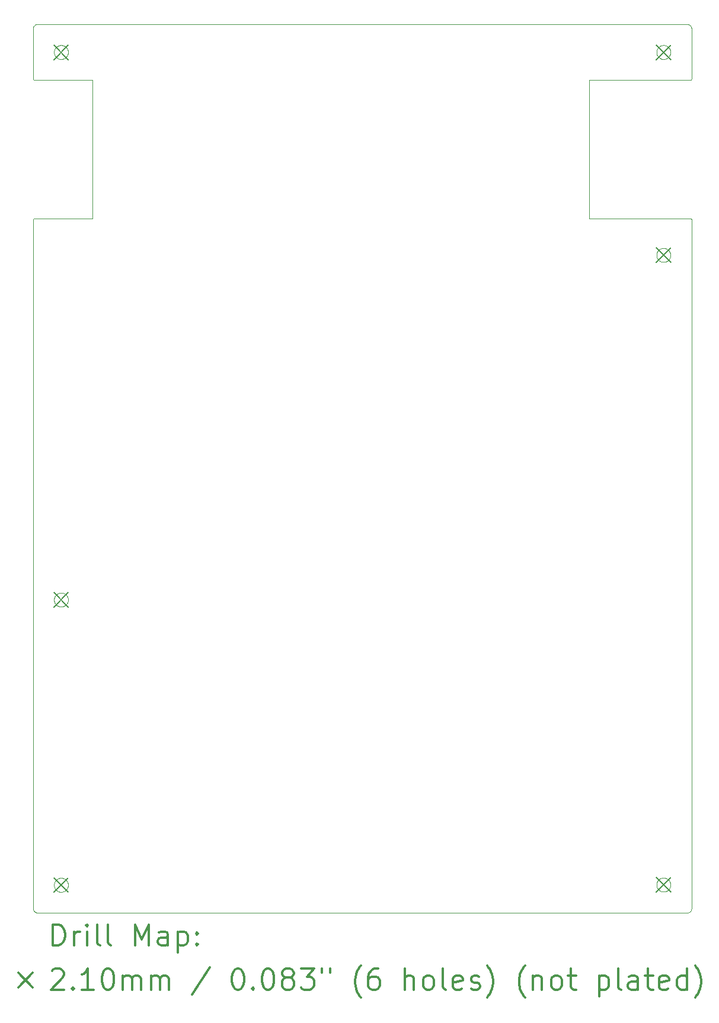
<source format=gbr>
%FSLAX45Y45*%
G04 Gerber Fmt 4.5, Leading zero omitted, Abs format (unit mm)*
G04 Created by KiCad (PCBNEW (5.1.5-0-10_14)) date 2020-05-14 05:34:15*
%MOMM*%
%LPD*%
G04 APERTURE LIST*
%TA.AperFunction,Profile*%
%ADD10C,0.050000*%
%TD*%
%ADD11C,0.200000*%
%ADD12C,0.300000*%
G04 APERTURE END LIST*
D10*
X8156523Y-3045998D02*
X8151621Y-3046186D01*
X8151621Y-3046186D02*
X8147119Y-3046692D01*
X8147119Y-3046692D02*
X8142706Y-3047506D01*
X8142706Y-3047506D02*
X8138702Y-3048527D01*
X8138702Y-3048527D02*
X8134803Y-3049794D01*
X8134803Y-3049794D02*
X8131218Y-3051210D01*
X8131218Y-3051210D02*
X8127790Y-3052806D01*
X8127790Y-3052806D02*
X8124459Y-3054604D01*
X8124459Y-3054604D02*
X8121295Y-3056560D01*
X8121295Y-3056560D02*
X8118322Y-3058643D01*
X8118322Y-3058643D02*
X8115518Y-3060852D01*
X8115518Y-3060852D02*
X8112849Y-3063208D01*
X8112849Y-3063208D02*
X8111260Y-3064743D01*
X8092515Y-3827616D02*
X8093129Y-3832020D01*
X8093129Y-3832020D02*
X8094631Y-3835573D01*
X8094631Y-3835573D02*
X8096763Y-3838472D01*
X8096763Y-3838472D02*
X8099473Y-3840817D01*
X8099473Y-3840817D02*
X8102765Y-3842552D01*
X8102765Y-3842552D02*
X8106907Y-3843537D01*
X8106907Y-3843537D02*
X8108517Y-3843618D01*
X17481794Y-3843618D02*
X17486198Y-3843000D01*
X17486198Y-3843000D02*
X17489737Y-3841502D01*
X17489737Y-3841502D02*
X17492624Y-3839384D01*
X17492624Y-3839384D02*
X17494959Y-3836702D01*
X17494959Y-3836702D02*
X17496704Y-3833426D01*
X17496704Y-3833426D02*
X17497700Y-3829371D01*
X17497700Y-3829371D02*
X17497796Y-3827616D01*
X17497796Y-5840125D02*
X17497183Y-5835732D01*
X17497183Y-5835732D02*
X17495681Y-5832180D01*
X17495681Y-5832180D02*
X17493546Y-5829276D01*
X17493546Y-5829276D02*
X17490856Y-5826944D01*
X17490856Y-5826944D02*
X17487580Y-5825206D01*
X17487580Y-5825206D02*
X17483500Y-5824214D01*
X17483500Y-5824214D02*
X17481794Y-5824123D01*
X8111260Y-3064743D02*
X8108774Y-3067375D01*
X8108774Y-3067375D02*
X8106483Y-3070090D01*
X8106483Y-3070090D02*
X8104071Y-3073318D01*
X8104071Y-3073318D02*
X8102065Y-3076366D01*
X8102065Y-3076366D02*
X8100218Y-3079561D01*
X8100218Y-3079561D02*
X8098466Y-3083050D01*
X8098466Y-3083050D02*
X8096932Y-3086638D01*
X8096932Y-3086638D02*
X8095588Y-3090406D01*
X8095588Y-3090406D02*
X8094450Y-3094380D01*
X8094450Y-3094380D02*
X8093519Y-3098706D01*
X8093519Y-3098706D02*
X8092882Y-3103144D01*
X8092882Y-3103144D02*
X8092547Y-3107962D01*
X8092547Y-3107962D02*
X8092515Y-3109998D01*
X8092515Y-3109998D02*
X8092515Y-3827616D01*
X8492700Y-15449157D02*
X8487784Y-15449038D01*
X8487784Y-15449038D02*
X8483008Y-15448695D01*
X8483008Y-15448695D02*
X8478453Y-15448153D01*
X8478453Y-15448153D02*
X8474155Y-15447446D01*
X8474155Y-15447446D02*
X8469997Y-15446577D01*
X8469997Y-15446577D02*
X8465847Y-15445523D01*
X8465847Y-15445523D02*
X8461787Y-15444304D01*
X8461787Y-15444304D02*
X8458035Y-15443007D01*
X8458035Y-15443007D02*
X8454370Y-15441574D01*
X8454370Y-15441574D02*
X8450845Y-15440035D01*
X8450845Y-15440035D02*
X8447426Y-15438383D01*
X8447426Y-15438383D02*
X8443867Y-15436488D01*
X8443867Y-15436488D02*
X8440684Y-15434633D01*
X8440684Y-15434633D02*
X8437499Y-15432614D01*
X8437499Y-15432614D02*
X8434488Y-15430545D01*
X8434488Y-15430545D02*
X8431499Y-15428325D01*
X8431499Y-15428325D02*
X8428683Y-15426070D01*
X8428683Y-15426070D02*
X8425868Y-15423642D01*
X8425868Y-15423642D02*
X8423240Y-15421204D01*
X8423240Y-15421204D02*
X8420727Y-15418702D01*
X8420727Y-15418702D02*
X8418215Y-15416014D01*
X8418215Y-15416014D02*
X8415814Y-15413250D01*
X8415814Y-15413250D02*
X8413561Y-15410459D01*
X8413561Y-15410459D02*
X8411418Y-15407601D01*
X8411418Y-15407601D02*
X8409167Y-15404353D01*
X8409167Y-15404353D02*
X8407160Y-15401207D01*
X8407160Y-15401207D02*
X8405158Y-15397784D01*
X8405158Y-15397784D02*
X8403376Y-15394445D01*
X8403376Y-15394445D02*
X8401590Y-15390757D01*
X8401590Y-15390757D02*
X8400070Y-15387268D01*
X8400070Y-15387268D02*
X8398639Y-15383605D01*
X8398639Y-15383605D02*
X8397327Y-15379799D01*
X8397327Y-15379799D02*
X8396170Y-15375945D01*
X8396170Y-15375945D02*
X8395140Y-15371914D01*
X8395140Y-15371914D02*
X8394263Y-15367761D01*
X8394263Y-15367761D02*
X8393549Y-15363469D01*
X8393549Y-15363469D02*
X8393004Y-15358960D01*
X8393004Y-15358960D02*
X8392649Y-15354152D01*
X8392649Y-15354152D02*
X8392523Y-15349081D01*
X17197822Y-15345948D02*
X17197701Y-15350899D01*
X17197701Y-15350899D02*
X17197359Y-15355630D01*
X17197359Y-15355630D02*
X17196822Y-15360142D01*
X17196822Y-15360142D02*
X17196073Y-15364667D01*
X17196073Y-15364667D02*
X17195181Y-15368875D01*
X17195181Y-15368875D02*
X17194126Y-15372979D01*
X17194126Y-15372979D02*
X17192957Y-15376849D01*
X17192957Y-15376849D02*
X17191652Y-15380615D01*
X17191652Y-15380615D02*
X17190217Y-15384277D01*
X17190217Y-15384277D02*
X17188628Y-15387900D01*
X17188628Y-15387900D02*
X17186971Y-15391313D01*
X17186971Y-15391313D02*
X17185181Y-15394667D01*
X17185181Y-15394667D02*
X17183210Y-15398042D01*
X17183210Y-15398042D02*
X17181186Y-15401220D01*
X17181186Y-15401220D02*
X17179136Y-15404194D01*
X17179136Y-15404194D02*
X17176914Y-15407178D01*
X17176914Y-15407178D02*
X17174633Y-15410017D01*
X17174633Y-15410017D02*
X17172278Y-15412742D01*
X17172278Y-15412742D02*
X17169855Y-15415353D01*
X17169855Y-15415353D02*
X17167180Y-15418032D01*
X17167180Y-15418032D02*
X17164587Y-15420447D01*
X17164587Y-15420447D02*
X17161824Y-15422841D01*
X17161824Y-15422841D02*
X17159005Y-15425112D01*
X17159005Y-15425112D02*
X17156103Y-15427281D01*
X17156103Y-15427281D02*
X17153138Y-15429335D01*
X17153138Y-15429335D02*
X17150002Y-15431343D01*
X17150002Y-15431343D02*
X17146853Y-15433198D01*
X17146853Y-15433198D02*
X17143565Y-15434975D01*
X17143565Y-15434975D02*
X17140172Y-15436646D01*
X17140172Y-15436646D02*
X17136603Y-15438236D01*
X17136603Y-15438236D02*
X17132892Y-15439714D01*
X17132892Y-15439714D02*
X17128893Y-15441118D01*
X17128893Y-15441118D02*
X17125041Y-15442292D01*
X17125041Y-15442292D02*
X17120863Y-15443374D01*
X17120863Y-15443374D02*
X17116617Y-15444278D01*
X17116617Y-15444278D02*
X17112270Y-15445004D01*
X17112270Y-15445004D02*
X17107784Y-15445547D01*
X17107784Y-15445547D02*
X17103041Y-15445898D01*
X17103041Y-15445898D02*
X17098080Y-15446024D01*
X17098080Y-15446024D02*
X17098000Y-15446024D01*
X17497796Y-3827616D02*
X17497796Y-3109998D01*
X16040344Y-3843618D02*
X17481794Y-3843618D01*
X17497796Y-15681990D02*
X17497796Y-5840125D01*
X16040344Y-5824123D02*
X16040344Y-3843618D01*
X8392523Y-11271788D02*
X8392641Y-11266891D01*
X8392641Y-11266891D02*
X8393000Y-11261975D01*
X8393000Y-11261975D02*
X8393549Y-11257438D01*
X8393549Y-11257438D02*
X8394278Y-11253080D01*
X8394278Y-11253080D02*
X8395175Y-11248862D01*
X8395175Y-11248862D02*
X8396217Y-11244822D01*
X8396217Y-11244822D02*
X8397410Y-11240886D01*
X8397410Y-11240886D02*
X8398732Y-11237091D01*
X8398732Y-11237091D02*
X8400245Y-11233262D01*
X8400245Y-11233262D02*
X8401781Y-11229786D01*
X8401781Y-11229786D02*
X8403445Y-11226381D01*
X8403445Y-11226381D02*
X8405232Y-11223048D01*
X8405232Y-11223048D02*
X8407081Y-11219889D01*
X8407081Y-11219889D02*
X8409167Y-11216616D01*
X8409167Y-11216616D02*
X8411220Y-11213644D01*
X8411220Y-11213644D02*
X8413399Y-11210721D01*
X8413399Y-11210721D02*
X8415730Y-11207824D01*
X8415730Y-11207824D02*
X8418089Y-11205099D01*
X8418089Y-11205099D02*
X8420544Y-11202462D01*
X8420544Y-11202462D02*
X8423416Y-11199601D01*
X8423416Y-11199601D02*
X8426064Y-11197157D01*
X8426064Y-11197157D02*
X8428799Y-11194807D01*
X8428799Y-11194807D02*
X8431618Y-11192556D01*
X8431618Y-11192556D02*
X8434887Y-11190143D01*
X8434887Y-11190143D02*
X8437877Y-11188109D01*
X8437877Y-11188109D02*
X8441072Y-11186102D01*
X8441072Y-11186102D02*
X8444346Y-11184213D01*
X8444346Y-11184213D02*
X8447663Y-11182463D01*
X8447663Y-11182463D02*
X8451364Y-11180693D01*
X8451364Y-11180693D02*
X8454899Y-11179172D01*
X8454899Y-11179172D02*
X8458755Y-11177693D01*
X8458755Y-11177693D02*
X8462538Y-11176416D01*
X8462538Y-11176416D02*
X8466686Y-11175207D01*
X8466686Y-11175207D02*
X8470755Y-11174208D01*
X8470755Y-11174208D02*
X8475156Y-11173327D01*
X8475156Y-11173327D02*
X8479547Y-11172652D01*
X8479547Y-11172652D02*
X8484117Y-11172159D01*
X8484117Y-11172159D02*
X8488907Y-11171867D01*
X8488907Y-11171867D02*
X8492700Y-11171797D01*
X17433788Y-15745998D02*
X17438859Y-15745800D01*
X17438859Y-15745800D02*
X17443376Y-15745284D01*
X17443376Y-15745284D02*
X17447793Y-15744460D01*
X17447793Y-15744460D02*
X17451816Y-15743422D01*
X17451816Y-15743422D02*
X17455651Y-15742164D01*
X17455651Y-15742164D02*
X17459265Y-15740724D01*
X17459265Y-15740724D02*
X17462692Y-15739113D01*
X17462692Y-15739113D02*
X17466088Y-15737259D01*
X17466088Y-15737259D02*
X17469195Y-15735318D01*
X17469195Y-15735318D02*
X17472162Y-15733221D01*
X17472162Y-15733221D02*
X17474964Y-15730995D01*
X17474964Y-15730995D02*
X17477688Y-15728569D01*
X17477688Y-15728569D02*
X17480204Y-15726063D01*
X17480204Y-15726063D02*
X17482625Y-15723366D01*
X17482625Y-15723366D02*
X17484907Y-15720515D01*
X17484907Y-15720515D02*
X17487040Y-15717515D01*
X17487040Y-15717515D02*
X17488977Y-15714431D01*
X17488977Y-15714431D02*
X17490807Y-15711104D01*
X17490807Y-15711104D02*
X17492432Y-15707682D01*
X17492432Y-15707682D02*
X17493924Y-15703968D01*
X17493924Y-15703968D02*
X17495214Y-15700048D01*
X17495214Y-15700048D02*
X17496275Y-15695924D01*
X17496275Y-15695924D02*
X17497080Y-15691598D01*
X17497080Y-15691598D02*
X17497597Y-15687072D01*
X17497597Y-15687072D02*
X17497795Y-15682249D01*
X17497795Y-15682249D02*
X17497796Y-15681990D01*
X17098000Y-15245957D02*
X17102882Y-15246075D01*
X17102882Y-15246075D02*
X17107587Y-15246416D01*
X17107587Y-15246416D02*
X17112153Y-15246962D01*
X17112153Y-15246962D02*
X17116464Y-15247677D01*
X17116464Y-15247677D02*
X17120599Y-15248549D01*
X17120599Y-15248549D02*
X17124634Y-15249580D01*
X17124634Y-15249580D02*
X17128565Y-15250763D01*
X17128565Y-15250763D02*
X17132285Y-15252049D01*
X17132285Y-15252049D02*
X17135902Y-15253462D01*
X17135902Y-15253462D02*
X17139588Y-15255074D01*
X17139588Y-15255074D02*
X17143027Y-15256743D01*
X17143027Y-15256743D02*
X17146491Y-15258594D01*
X17146491Y-15258594D02*
X17149745Y-15260496D01*
X17149745Y-15260496D02*
X17152919Y-15262517D01*
X17152919Y-15262517D02*
X17156012Y-15264653D01*
X17156012Y-15264653D02*
X17158901Y-15266808D01*
X17158901Y-15266808D02*
X17162255Y-15269521D01*
X17162255Y-15269521D02*
X17165004Y-15271932D01*
X17165004Y-15271932D02*
X17167610Y-15274387D01*
X17167610Y-15274387D02*
X17170140Y-15276946D01*
X17170140Y-15276946D02*
X17172590Y-15279609D01*
X17172590Y-15279609D02*
X17174921Y-15282330D01*
X17174921Y-15282330D02*
X17177257Y-15285268D01*
X17177257Y-15285268D02*
X17179420Y-15288202D01*
X17179420Y-15288202D02*
X17181600Y-15291405D01*
X17181600Y-15291405D02*
X17183542Y-15294500D01*
X17183542Y-15294500D02*
X17185483Y-15297869D01*
X17185483Y-15297869D02*
X17187244Y-15301216D01*
X17187244Y-15301216D02*
X17188881Y-15304636D01*
X17188881Y-15304636D02*
X17190449Y-15308266D01*
X17190449Y-15308266D02*
X17191875Y-15311969D01*
X17191875Y-15311969D02*
X17193145Y-15315703D01*
X17193145Y-15315703D02*
X17194291Y-15319576D01*
X17194291Y-15319576D02*
X17195309Y-15323626D01*
X17195309Y-15323626D02*
X17196187Y-15327891D01*
X17196187Y-15327891D02*
X17196882Y-15332220D01*
X17196882Y-15332220D02*
X17197414Y-15336884D01*
X17197414Y-15336884D02*
X17197732Y-15341690D01*
X17197732Y-15341690D02*
X17197822Y-15345948D01*
X8492700Y-11371864D02*
X8487784Y-11371746D01*
X8487784Y-11371746D02*
X8483008Y-11371402D01*
X8483008Y-11371402D02*
X8478453Y-11370860D01*
X8478453Y-11370860D02*
X8474155Y-11370154D01*
X8474155Y-11370154D02*
X8469997Y-11369285D01*
X8469997Y-11369285D02*
X8465847Y-11368230D01*
X8465847Y-11368230D02*
X8461787Y-11367011D01*
X8461787Y-11367011D02*
X8458035Y-11365714D01*
X8458035Y-11365714D02*
X8454370Y-11364281D01*
X8454370Y-11364281D02*
X8450845Y-11362742D01*
X8450845Y-11362742D02*
X8447426Y-11361091D01*
X8447426Y-11361091D02*
X8443867Y-11359196D01*
X8443867Y-11359196D02*
X8440684Y-11357340D01*
X8440684Y-11357340D02*
X8437499Y-11355321D01*
X8437499Y-11355321D02*
X8434488Y-11353252D01*
X8434488Y-11353252D02*
X8431499Y-11351032D01*
X8431499Y-11351032D02*
X8428683Y-11348777D01*
X8428683Y-11348777D02*
X8425868Y-11346349D01*
X8425868Y-11346349D02*
X8423240Y-11343911D01*
X8423240Y-11343911D02*
X8420727Y-11341409D01*
X8420727Y-11341409D02*
X8418215Y-11338722D01*
X8418215Y-11338722D02*
X8415814Y-11335958D01*
X8415814Y-11335958D02*
X8413561Y-11333166D01*
X8413561Y-11333166D02*
X8411418Y-11330309D01*
X8411418Y-11330309D02*
X8409167Y-11327060D01*
X8409167Y-11327060D02*
X8407160Y-11323914D01*
X8407160Y-11323914D02*
X8405158Y-11320491D01*
X8405158Y-11320491D02*
X8403376Y-11317153D01*
X8403376Y-11317153D02*
X8401590Y-11313464D01*
X8401590Y-11313464D02*
X8400070Y-11309976D01*
X8400070Y-11309976D02*
X8398639Y-11306312D01*
X8398639Y-11306312D02*
X8397327Y-11302506D01*
X8397327Y-11302506D02*
X8396170Y-11298652D01*
X8396170Y-11298652D02*
X8395140Y-11294621D01*
X8395140Y-11294621D02*
X8394263Y-11290469D01*
X8394263Y-11290469D02*
X8393549Y-11286177D01*
X8393549Y-11286177D02*
X8393004Y-11281668D01*
X8393004Y-11281668D02*
X8392649Y-11276859D01*
X8392649Y-11276859D02*
X8392523Y-11271788D01*
X16997755Y-15345948D02*
X16997873Y-15341051D01*
X16997873Y-15341051D02*
X16998233Y-15336135D01*
X16998233Y-15336135D02*
X16998782Y-15331598D01*
X16998782Y-15331598D02*
X16999511Y-15327240D01*
X16999511Y-15327240D02*
X17000409Y-15323022D01*
X17000409Y-15323022D02*
X17001452Y-15318982D01*
X17001452Y-15318982D02*
X17002646Y-15315046D01*
X17002646Y-15315046D02*
X17003955Y-15311287D01*
X17003955Y-15311287D02*
X17005483Y-15307422D01*
X17005483Y-15307422D02*
X17007021Y-15303946D01*
X17007021Y-15303946D02*
X17008685Y-15300541D01*
X17008685Y-15300541D02*
X17010483Y-15297192D01*
X17010483Y-15297192D02*
X17012383Y-15293952D01*
X17012383Y-15293952D02*
X17014494Y-15290651D01*
X17014494Y-15290651D02*
X17016642Y-15287560D01*
X17016642Y-15287560D02*
X17018785Y-15284703D01*
X17018785Y-15284703D02*
X17021076Y-15281868D01*
X17021076Y-15281868D02*
X17023743Y-15278814D01*
X17023743Y-15278814D02*
X17026215Y-15276191D01*
X17026215Y-15276191D02*
X17029106Y-15273347D01*
X17029106Y-15273347D02*
X17032110Y-15270621D01*
X17032110Y-15270621D02*
X17034842Y-15268324D01*
X17034842Y-15268324D02*
X17037717Y-15266078D01*
X17037717Y-15266078D02*
X17040767Y-15263871D01*
X17040767Y-15263871D02*
X17043774Y-15261858D01*
X17043774Y-15261858D02*
X17046890Y-15259932D01*
X17046890Y-15259932D02*
X17050147Y-15258082D01*
X17050147Y-15258082D02*
X17053512Y-15256335D01*
X17053512Y-15256335D02*
X17056950Y-15254712D01*
X17056950Y-15254712D02*
X17060600Y-15253160D01*
X17060600Y-15253160D02*
X17064322Y-15251749D01*
X17064322Y-15251749D02*
X17068076Y-15250495D01*
X17068076Y-15250495D02*
X17072232Y-15249297D01*
X17072232Y-15249297D02*
X17076345Y-15248300D01*
X17076345Y-15248300D02*
X17080523Y-15247474D01*
X17080523Y-15247474D02*
X17085015Y-15246789D01*
X17085015Y-15246789D02*
X17089610Y-15246302D01*
X17089610Y-15246302D02*
X17094526Y-15246016D01*
X17094526Y-15246016D02*
X17098000Y-15245957D01*
X17433788Y-3045998D02*
X8156523Y-3045998D01*
X8392523Y-15349081D02*
X8392641Y-15344184D01*
X8392641Y-15344184D02*
X8393000Y-15339268D01*
X8393000Y-15339268D02*
X8393549Y-15334731D01*
X8393549Y-15334731D02*
X8394278Y-15330372D01*
X8394278Y-15330372D02*
X8395175Y-15326154D01*
X8395175Y-15326154D02*
X8396217Y-15322115D01*
X8396217Y-15322115D02*
X8397410Y-15318179D01*
X8397410Y-15318179D02*
X8398732Y-15314384D01*
X8398732Y-15314384D02*
X8400245Y-15310555D01*
X8400245Y-15310555D02*
X8401781Y-15307079D01*
X8401781Y-15307079D02*
X8403445Y-15303673D01*
X8403445Y-15303673D02*
X8405232Y-15300341D01*
X8405232Y-15300341D02*
X8407081Y-15297182D01*
X8407081Y-15297182D02*
X8409167Y-15293909D01*
X8409167Y-15293909D02*
X8411220Y-15290937D01*
X8411220Y-15290937D02*
X8413399Y-15288014D01*
X8413399Y-15288014D02*
X8415730Y-15285116D01*
X8415730Y-15285116D02*
X8418089Y-15282392D01*
X8418089Y-15282392D02*
X8420544Y-15279754D01*
X8420544Y-15279754D02*
X8423416Y-15276894D01*
X8423416Y-15276894D02*
X8426064Y-15274449D01*
X8426064Y-15274449D02*
X8428799Y-15272100D01*
X8428799Y-15272100D02*
X8431618Y-15269849D01*
X8431618Y-15269849D02*
X8434887Y-15267436D01*
X8434887Y-15267436D02*
X8437877Y-15265401D01*
X8437877Y-15265401D02*
X8441072Y-15263394D01*
X8441072Y-15263394D02*
X8444346Y-15261506D01*
X8444346Y-15261506D02*
X8447663Y-15259756D01*
X8447663Y-15259756D02*
X8451364Y-15257985D01*
X8451364Y-15257985D02*
X8454899Y-15256465D01*
X8454899Y-15256465D02*
X8458755Y-15254985D01*
X8458755Y-15254985D02*
X8462538Y-15253709D01*
X8462538Y-15253709D02*
X8466686Y-15252499D01*
X8466686Y-15252499D02*
X8470755Y-15251500D01*
X8470755Y-15251500D02*
X8475156Y-15250620D01*
X8475156Y-15250620D02*
X8479547Y-15249945D01*
X8479547Y-15249945D02*
X8484117Y-15249452D01*
X8484117Y-15249452D02*
X8488907Y-15249160D01*
X8488907Y-15249160D02*
X8492700Y-15249090D01*
X17479085Y-3064743D02*
X17476375Y-3062190D01*
X17476375Y-3062190D02*
X17473631Y-3059887D01*
X17473631Y-3059887D02*
X17470734Y-3057720D01*
X17470734Y-3057720D02*
X17467708Y-3055713D01*
X17467708Y-3055713D02*
X17464407Y-3053791D01*
X17464407Y-3053791D02*
X17461004Y-3052071D01*
X17461004Y-3052071D02*
X17457417Y-3050520D01*
X17457417Y-3050520D02*
X17453580Y-3049137D01*
X17453580Y-3049137D02*
X17449612Y-3047987D01*
X17449612Y-3047987D02*
X17445500Y-3047081D01*
X17445500Y-3047081D02*
X17440959Y-3046402D01*
X17440959Y-3046402D02*
X17436313Y-3046048D01*
X17436313Y-3046048D02*
X17433788Y-3045998D01*
X17098000Y-15446024D02*
X17098000Y-15446024D01*
X17098000Y-15446024D02*
X17093081Y-15445906D01*
X17093081Y-15445906D02*
X17088401Y-15445571D01*
X17088401Y-15445571D02*
X17083900Y-15445042D01*
X17083900Y-15445042D02*
X17079540Y-15444331D01*
X17079540Y-15444331D02*
X17075131Y-15443409D01*
X17075131Y-15443409D02*
X17071074Y-15442375D01*
X17071074Y-15442375D02*
X17067086Y-15441177D01*
X17067086Y-15441177D02*
X17063349Y-15439887D01*
X17063349Y-15439887D02*
X17059751Y-15438485D01*
X17059751Y-15438485D02*
X17056256Y-15436966D01*
X17056256Y-15436966D02*
X17052833Y-15435319D01*
X17052833Y-15435319D02*
X17049483Y-15433549D01*
X17049483Y-15433549D02*
X17046128Y-15431608D01*
X17046128Y-15431608D02*
X17043015Y-15429647D01*
X17043015Y-15429647D02*
X17040027Y-15427609D01*
X17040027Y-15427609D02*
X17037027Y-15425398D01*
X17037027Y-15425398D02*
X17034173Y-15423129D01*
X17034173Y-15423129D02*
X17031433Y-15420784D01*
X17031433Y-15420784D02*
X17028670Y-15418240D01*
X17028670Y-15418240D02*
X17026110Y-15415704D01*
X17026110Y-15415704D02*
X17023541Y-15412965D01*
X17023541Y-15412965D02*
X17021196Y-15410276D01*
X17021196Y-15410276D02*
X17018901Y-15407445D01*
X17018901Y-15407445D02*
X17016664Y-15404469D01*
X17016664Y-15404469D02*
X17014578Y-15401471D01*
X17014578Y-15401471D02*
X17012601Y-15398395D01*
X17012601Y-15398395D02*
X17010640Y-15395079D01*
X17010640Y-15395079D02*
X17008824Y-15391717D01*
X17008824Y-15391717D02*
X17007149Y-15388314D01*
X17007149Y-15388314D02*
X17005483Y-15384558D01*
X17005483Y-15384558D02*
X17004022Y-15380866D01*
X17004022Y-15380866D02*
X17002705Y-15377105D01*
X17002705Y-15377105D02*
X17001525Y-15373239D01*
X17001525Y-15373239D02*
X17000490Y-15369272D01*
X17000490Y-15369272D02*
X16999592Y-15365127D01*
X16999592Y-15365127D02*
X16998851Y-15360804D01*
X16998851Y-15360804D02*
X16998280Y-15356262D01*
X16998280Y-15356262D02*
X16997897Y-15351339D01*
X16997897Y-15351339D02*
X16997755Y-15346353D01*
X16997755Y-15346353D02*
X16997755Y-15345948D01*
X17098000Y-3545997D02*
X17098000Y-3545997D01*
X8592522Y-3445981D02*
X8592402Y-3450931D01*
X8592402Y-3450931D02*
X8592059Y-3455662D01*
X8592059Y-3455662D02*
X8591523Y-3460173D01*
X8591523Y-3460173D02*
X8590803Y-3464543D01*
X8590803Y-3464543D02*
X8589931Y-3468697D01*
X8589931Y-3468697D02*
X8588901Y-3472747D01*
X8588901Y-3472747D02*
X8587719Y-3476693D01*
X8587719Y-3476693D02*
X8586421Y-3480461D01*
X8586421Y-3480461D02*
X8584979Y-3484159D01*
X8584979Y-3484159D02*
X8583443Y-3487680D01*
X8583443Y-3487680D02*
X8581796Y-3491096D01*
X8581796Y-3491096D02*
X8579822Y-3494801D01*
X8579822Y-3494801D02*
X8577837Y-3498186D01*
X8577837Y-3498186D02*
X8575810Y-3501360D01*
X8575810Y-3501360D02*
X8573755Y-3504328D01*
X8573755Y-3504328D02*
X8571599Y-3507217D01*
X8571599Y-3507217D02*
X8569342Y-3510025D01*
X8569342Y-3510025D02*
X8566975Y-3512762D01*
X8566975Y-3512762D02*
X8564538Y-3515384D01*
X8564538Y-3515384D02*
X8561997Y-3517930D01*
X8561997Y-3517930D02*
X8559367Y-3520384D01*
X8559367Y-3520384D02*
X8556650Y-3522742D01*
X8556650Y-3522742D02*
X8553864Y-3524992D01*
X8553864Y-3524992D02*
X8550997Y-3527142D01*
X8550997Y-3527142D02*
X8548006Y-3529222D01*
X8548006Y-3529222D02*
X8544825Y-3531263D01*
X8544825Y-3531263D02*
X8541630Y-3533149D01*
X8541630Y-3533149D02*
X8538125Y-3535038D01*
X8538125Y-3535038D02*
X8534746Y-3536695D01*
X8534746Y-3536695D02*
X8531244Y-3538248D01*
X8531244Y-3538248D02*
X8527585Y-3539702D01*
X8527585Y-3539702D02*
X8523603Y-3541097D01*
X8523603Y-3541097D02*
X8519750Y-3542269D01*
X8519750Y-3542269D02*
X8515571Y-3543350D01*
X8515571Y-3543350D02*
X8511305Y-3544256D01*
X8511305Y-3544256D02*
X8506975Y-3544978D01*
X8506975Y-3544978D02*
X8502311Y-3545537D01*
X8502311Y-3545537D02*
X8497425Y-3545886D01*
X8497425Y-3545886D02*
X8492700Y-3545997D01*
X8108517Y-5824123D02*
X8104126Y-5824733D01*
X8104126Y-5824733D02*
X8100562Y-5826238D01*
X8100562Y-5826238D02*
X8097667Y-5828364D01*
X8097667Y-5828364D02*
X8095317Y-5831078D01*
X8095317Y-5831078D02*
X8093581Y-5834371D01*
X8093581Y-5834371D02*
X8092600Y-5838463D01*
X8092600Y-5838463D02*
X8092515Y-5840125D01*
X8156523Y-15745998D02*
X17433788Y-15745998D01*
X8092515Y-5840125D02*
X8092515Y-15681990D01*
X8108517Y-3843618D02*
X8943203Y-3843618D01*
X17497796Y-3109998D02*
X17497796Y-3109998D01*
X17098000Y-3345998D02*
X17102882Y-3346116D01*
X17102882Y-3346116D02*
X17107587Y-3346456D01*
X17107587Y-3346456D02*
X17112328Y-3347026D01*
X17112328Y-3347026D02*
X17116617Y-3347744D01*
X17116617Y-3347744D02*
X17120863Y-3348647D01*
X17120863Y-3348647D02*
X17124893Y-3349688D01*
X17124893Y-3349688D02*
X17128857Y-3350891D01*
X17128857Y-3350891D02*
X17132607Y-3352200D01*
X17132607Y-3352200D02*
X17136393Y-3353697D01*
X17136393Y-3353697D02*
X17140035Y-3355310D01*
X17140035Y-3355310D02*
X17143431Y-3356976D01*
X17143431Y-3356976D02*
X17146754Y-3358766D01*
X17146754Y-3358766D02*
X17149969Y-3360656D01*
X17149969Y-3360656D02*
X17153044Y-3362621D01*
X17153044Y-3362621D02*
X17156042Y-3364693D01*
X17156042Y-3364693D02*
X17159020Y-3366917D01*
X17159020Y-3366917D02*
X17161824Y-3369175D01*
X17161824Y-3369175D02*
X17164545Y-3371530D01*
X17164545Y-3371530D02*
X17167503Y-3374294D01*
X17167503Y-3374294D02*
X17170036Y-3376848D01*
X17170036Y-3376848D02*
X17172478Y-3379492D01*
X17172478Y-3379492D02*
X17174825Y-3382222D01*
X17174825Y-3382222D02*
X17177051Y-3385006D01*
X17177051Y-3385006D02*
X17179223Y-3387932D01*
X17179223Y-3387932D02*
X17181270Y-3390906D01*
X17181270Y-3390906D02*
X17183289Y-3394086D01*
X17183289Y-3394086D02*
X17185135Y-3397246D01*
X17185135Y-3397246D02*
X17186902Y-3400545D01*
X17186902Y-3400545D02*
X17188564Y-3403950D01*
X17188564Y-3403950D02*
X17190144Y-3407532D01*
X17190144Y-3407532D02*
X17191612Y-3411257D01*
X17191612Y-3411257D02*
X17192922Y-3415017D01*
X17192922Y-3415017D02*
X17194095Y-3418880D01*
X17194095Y-3418880D02*
X17195132Y-3422882D01*
X17195132Y-3422882D02*
X17196036Y-3427101D01*
X17196036Y-3427101D02*
X17196772Y-3431460D01*
X17196772Y-3431460D02*
X17197328Y-3435999D01*
X17197328Y-3435999D02*
X17197687Y-3440758D01*
X17197687Y-3440758D02*
X17197822Y-3445738D01*
X17197822Y-3445738D02*
X17197822Y-3445981D01*
X17497796Y-3109998D02*
X17497607Y-3105097D01*
X17497607Y-3105097D02*
X17497099Y-3100595D01*
X17497099Y-3100595D02*
X17496320Y-3096350D01*
X17496320Y-3096350D02*
X17495287Y-3092274D01*
X17495287Y-3092274D02*
X17494031Y-3088390D01*
X17494031Y-3088390D02*
X17492570Y-3084687D01*
X17492570Y-3084687D02*
X17490980Y-3081271D01*
X17490980Y-3081271D02*
X17489135Y-3077856D01*
X17489135Y-3077856D02*
X17487193Y-3074716D01*
X17487193Y-3074716D02*
X17485113Y-3071745D01*
X17485113Y-3071745D02*
X17482783Y-3068793D01*
X17482783Y-3068793D02*
X17480426Y-3066133D01*
X17480426Y-3066133D02*
X17479085Y-3064743D01*
X8943203Y-5824123D02*
X8108517Y-5824123D01*
X17197822Y-3445981D02*
X17197701Y-3450931D01*
X17197701Y-3450931D02*
X17197359Y-3455662D01*
X17197359Y-3455662D02*
X17196822Y-3460173D01*
X17196822Y-3460173D02*
X17196102Y-3464543D01*
X17196102Y-3464543D02*
X17195230Y-3468697D01*
X17195230Y-3468697D02*
X17194209Y-3472710D01*
X17194209Y-3472710D02*
X17193016Y-3476693D01*
X17193016Y-3476693D02*
X17191718Y-3480461D01*
X17191718Y-3480461D02*
X17190275Y-3484159D01*
X17190275Y-3484159D02*
X17188739Y-3487680D01*
X17188739Y-3487680D02*
X17187091Y-3491096D01*
X17187091Y-3491096D02*
X17185190Y-3494669D01*
X17185190Y-3494669D02*
X17183347Y-3497832D01*
X17183347Y-3497832D02*
X17181373Y-3500952D01*
X17181373Y-3500952D02*
X17179333Y-3503931D01*
X17179333Y-3503931D02*
X17177154Y-3506875D01*
X17177154Y-3506875D02*
X17174921Y-3509679D01*
X17174921Y-3509679D02*
X17172590Y-3512398D01*
X17172590Y-3512398D02*
X17170140Y-3515059D01*
X17170140Y-3515059D02*
X17167610Y-3517617D01*
X17167610Y-3517617D02*
X17165032Y-3520044D01*
X17165032Y-3520044D02*
X17162284Y-3522453D01*
X17162284Y-3522453D02*
X17159493Y-3524726D01*
X17159493Y-3524726D02*
X17156620Y-3526900D01*
X17156620Y-3526900D02*
X17153669Y-3528971D01*
X17153669Y-3528971D02*
X17150386Y-3531095D01*
X17150386Y-3531095D02*
X17147181Y-3533000D01*
X17147181Y-3533000D02*
X17143414Y-3535038D01*
X17143414Y-3535038D02*
X17140035Y-3536695D01*
X17140035Y-3536695D02*
X17136533Y-3538248D01*
X17136533Y-3538248D02*
X17132874Y-3539702D01*
X17132874Y-3539702D02*
X17129147Y-3541013D01*
X17129147Y-3541013D02*
X17125226Y-3542217D01*
X17125226Y-3542217D02*
X17121164Y-3543279D01*
X17121164Y-3543279D02*
X17117037Y-3544172D01*
X17117037Y-3544172D02*
X17112347Y-3544967D01*
X17112347Y-3544967D02*
X17107607Y-3545537D01*
X17107607Y-3545537D02*
X17102882Y-3545879D01*
X17102882Y-3545879D02*
X17098000Y-3545997D01*
X17098000Y-6246000D02*
X17102882Y-6246118D01*
X17102882Y-6246118D02*
X17107587Y-6246458D01*
X17107587Y-6246458D02*
X17112328Y-6247029D01*
X17112328Y-6247029D02*
X17116617Y-6247746D01*
X17116617Y-6247746D02*
X17120863Y-6248650D01*
X17120863Y-6248650D02*
X17124893Y-6249691D01*
X17124893Y-6249691D02*
X17128857Y-6250894D01*
X17128857Y-6250894D02*
X17132607Y-6252203D01*
X17132607Y-6252203D02*
X17136393Y-6253700D01*
X17136393Y-6253700D02*
X17140035Y-6255313D01*
X17140035Y-6255313D02*
X17143431Y-6256979D01*
X17143431Y-6256979D02*
X17146754Y-6258768D01*
X17146754Y-6258768D02*
X17149969Y-6260659D01*
X17149969Y-6260659D02*
X17153044Y-6262624D01*
X17153044Y-6262624D02*
X17156042Y-6264696D01*
X17156042Y-6264696D02*
X17159020Y-6266919D01*
X17159020Y-6266919D02*
X17161824Y-6269177D01*
X17161824Y-6269177D02*
X17164545Y-6271533D01*
X17164545Y-6271533D02*
X17167503Y-6274297D01*
X17167503Y-6274297D02*
X17170036Y-6276851D01*
X17170036Y-6276851D02*
X17172478Y-6279494D01*
X17172478Y-6279494D02*
X17174825Y-6282225D01*
X17174825Y-6282225D02*
X17177051Y-6285009D01*
X17177051Y-6285009D02*
X17179223Y-6287935D01*
X17179223Y-6287935D02*
X17181270Y-6290909D01*
X17181270Y-6290909D02*
X17183289Y-6294088D01*
X17183289Y-6294088D02*
X17185135Y-6297248D01*
X17185135Y-6297248D02*
X17186902Y-6300547D01*
X17186902Y-6300547D02*
X17188564Y-6303953D01*
X17188564Y-6303953D02*
X17190144Y-6307535D01*
X17190144Y-6307535D02*
X17191612Y-6311260D01*
X17191612Y-6311260D02*
X17192922Y-6315020D01*
X17192922Y-6315020D02*
X17194095Y-6318882D01*
X17194095Y-6318882D02*
X17195132Y-6322885D01*
X17195132Y-6322885D02*
X17196036Y-6327103D01*
X17196036Y-6327103D02*
X17196772Y-6331463D01*
X17196772Y-6331463D02*
X17197328Y-6336002D01*
X17197328Y-6336002D02*
X17197687Y-6340761D01*
X17197687Y-6340761D02*
X17197822Y-6345741D01*
X17197822Y-6345741D02*
X17197822Y-6345983D01*
X8592522Y-11271788D02*
X8592402Y-11276739D01*
X8592402Y-11276739D02*
X8592059Y-11281470D01*
X8592059Y-11281470D02*
X8591523Y-11285982D01*
X8591523Y-11285982D02*
X8590745Y-11290660D01*
X8590745Y-11290660D02*
X8589807Y-11295036D01*
X8589807Y-11295036D02*
X8588755Y-11299079D01*
X8588755Y-11299079D02*
X8587493Y-11303200D01*
X8587493Y-11303200D02*
X8586168Y-11306957D01*
X8586168Y-11306957D02*
X8584744Y-11310539D01*
X8584744Y-11310539D02*
X8583188Y-11314050D01*
X8583188Y-11314050D02*
X8581347Y-11317793D01*
X8581347Y-11317793D02*
X8579525Y-11321150D01*
X8579525Y-11321150D02*
X8577600Y-11324396D01*
X8577600Y-11324396D02*
X8575559Y-11327562D01*
X8575559Y-11327562D02*
X8573314Y-11330765D01*
X8573314Y-11330765D02*
X8570974Y-11333846D01*
X8570974Y-11333846D02*
X8568665Y-11336661D01*
X8568665Y-11336661D02*
X8566270Y-11339374D01*
X8566270Y-11339374D02*
X8563833Y-11341946D01*
X8563833Y-11341946D02*
X8561239Y-11344494D01*
X8561239Y-11344494D02*
X8558583Y-11346923D01*
X8558583Y-11346923D02*
X8555609Y-11349445D01*
X8555609Y-11349445D02*
X8552777Y-11351671D01*
X8552777Y-11351671D02*
X8549865Y-11353796D01*
X8549865Y-11353796D02*
X8546781Y-11355877D01*
X8546781Y-11355877D02*
X8543293Y-11358038D01*
X8543293Y-11358038D02*
X8540062Y-11359870D01*
X8540062Y-11359870D02*
X8536657Y-11361633D01*
X8536657Y-11361633D02*
X8532813Y-11363429D01*
X8532813Y-11363429D02*
X8529220Y-11364931D01*
X8529220Y-11364931D02*
X8525558Y-11366296D01*
X8525558Y-11366296D02*
X8521666Y-11367569D01*
X8521666Y-11367569D02*
X8517669Y-11368695D01*
X8517669Y-11368695D02*
X8513588Y-11369660D01*
X8513588Y-11369660D02*
X8509331Y-11370475D01*
X8509331Y-11370475D02*
X8504875Y-11371123D01*
X8504875Y-11371123D02*
X8500321Y-11371575D01*
X8500321Y-11371575D02*
X8495349Y-11371829D01*
X8495349Y-11371829D02*
X8492700Y-11371864D01*
X8943203Y-3843618D02*
X8943203Y-5824123D01*
X17197822Y-6345983D02*
X17197701Y-6350934D01*
X17197701Y-6350934D02*
X17197359Y-6355665D01*
X17197359Y-6355665D02*
X17196822Y-6360176D01*
X17196822Y-6360176D02*
X17196102Y-6364546D01*
X17196102Y-6364546D02*
X17195230Y-6368699D01*
X17195230Y-6368699D02*
X17194209Y-6372712D01*
X17194209Y-6372712D02*
X17193016Y-6376696D01*
X17193016Y-6376696D02*
X17191718Y-6380464D01*
X17191718Y-6380464D02*
X17190275Y-6384162D01*
X17190275Y-6384162D02*
X17188739Y-6387683D01*
X17188739Y-6387683D02*
X17187091Y-6391099D01*
X17187091Y-6391099D02*
X17185190Y-6394672D01*
X17185190Y-6394672D02*
X17183347Y-6397835D01*
X17183347Y-6397835D02*
X17181373Y-6400954D01*
X17181373Y-6400954D02*
X17179333Y-6403934D01*
X17179333Y-6403934D02*
X17177154Y-6406878D01*
X17177154Y-6406878D02*
X17174921Y-6409681D01*
X17174921Y-6409681D02*
X17172590Y-6412401D01*
X17172590Y-6412401D02*
X17170140Y-6415062D01*
X17170140Y-6415062D02*
X17167610Y-6417619D01*
X17167610Y-6417619D02*
X17165032Y-6420047D01*
X17165032Y-6420047D02*
X17162284Y-6422456D01*
X17162284Y-6422456D02*
X17159493Y-6424729D01*
X17159493Y-6424729D02*
X17156620Y-6426903D01*
X17156620Y-6426903D02*
X17153669Y-6428974D01*
X17153669Y-6428974D02*
X17150386Y-6431098D01*
X17150386Y-6431098D02*
X17147181Y-6433003D01*
X17147181Y-6433003D02*
X17143414Y-6435041D01*
X17143414Y-6435041D02*
X17140035Y-6436697D01*
X17140035Y-6436697D02*
X17136533Y-6438250D01*
X17136533Y-6438250D02*
X17132874Y-6439704D01*
X17132874Y-6439704D02*
X17129147Y-6441016D01*
X17129147Y-6441016D02*
X17125226Y-6442220D01*
X17125226Y-6442220D02*
X17121164Y-6443282D01*
X17121164Y-6443282D02*
X17117037Y-6444175D01*
X17117037Y-6444175D02*
X17112347Y-6444969D01*
X17112347Y-6444969D02*
X17107607Y-6445540D01*
X17107607Y-6445540D02*
X17102882Y-6445882D01*
X17102882Y-6445882D02*
X17098000Y-6446000D01*
X16997755Y-3445981D02*
X16997872Y-3441097D01*
X16997872Y-3441097D02*
X16998217Y-3436315D01*
X16998217Y-3436315D02*
X16998754Y-3431810D01*
X16998754Y-3431810D02*
X16999475Y-3427445D01*
X16999475Y-3427445D02*
X17000365Y-3423222D01*
X17000365Y-3423222D02*
X17001400Y-3419177D01*
X17001400Y-3419177D02*
X17002563Y-3415309D01*
X17002563Y-3415309D02*
X17003856Y-3411562D01*
X17003856Y-3411562D02*
X17005264Y-3407954D01*
X17005264Y-3407954D02*
X17006782Y-3404467D01*
X17006782Y-3404467D02*
X17008410Y-3401085D01*
X17008410Y-3401085D02*
X17010179Y-3397741D01*
X17010179Y-3397741D02*
X17012050Y-3394505D01*
X17012050Y-3394505D02*
X17013996Y-3391410D01*
X17013996Y-3391410D02*
X17016029Y-3388422D01*
X17016029Y-3388422D02*
X17018166Y-3385513D01*
X17018166Y-3385513D02*
X17020476Y-3382598D01*
X17020476Y-3382598D02*
X17022840Y-3379828D01*
X17022840Y-3379828D02*
X17025277Y-3377174D01*
X17025277Y-3377174D02*
X17027807Y-3374608D01*
X17027807Y-3374608D02*
X17030427Y-3372134D01*
X17030427Y-3372134D02*
X17033365Y-3369561D01*
X17033365Y-3369561D02*
X17036284Y-3367193D01*
X17036284Y-3367193D02*
X17039139Y-3365045D01*
X17039139Y-3365045D02*
X17042230Y-3362892D01*
X17042230Y-3362892D02*
X17045307Y-3360913D01*
X17045307Y-3360913D02*
X17048558Y-3358989D01*
X17048558Y-3358989D02*
X17051854Y-3357202D01*
X17051854Y-3357202D02*
X17055308Y-3355495D01*
X17055308Y-3355495D02*
X17058766Y-3353948D01*
X17058766Y-3353948D02*
X17062595Y-3352414D01*
X17062595Y-3352414D02*
X17066355Y-3351083D01*
X17066355Y-3351083D02*
X17070330Y-3349856D01*
X17070330Y-3349856D02*
X17074337Y-3348800D01*
X17074337Y-3348800D02*
X17078599Y-3347869D01*
X17078599Y-3347869D02*
X17082868Y-3347129D01*
X17082868Y-3347129D02*
X17087354Y-3346555D01*
X17087354Y-3346555D02*
X17092120Y-3346167D01*
X17092120Y-3346167D02*
X17096987Y-3346002D01*
X17096987Y-3346002D02*
X17098000Y-3345998D01*
X17481794Y-5824123D02*
X16040344Y-5824123D01*
X16040344Y-5824123D02*
X16040344Y-5824123D01*
X8492700Y-15249090D02*
X8497624Y-15249210D01*
X8497624Y-15249210D02*
X8502291Y-15249548D01*
X8502291Y-15249548D02*
X8506859Y-15250094D01*
X8506859Y-15250094D02*
X8511171Y-15250809D01*
X8511171Y-15250809D02*
X8515307Y-15251681D01*
X8515307Y-15251681D02*
X8519343Y-15252713D01*
X8519343Y-15252713D02*
X8523275Y-15253896D01*
X8523275Y-15253896D02*
X8526995Y-15255182D01*
X8526995Y-15255182D02*
X8530824Y-15256682D01*
X8530824Y-15256682D02*
X8534368Y-15258238D01*
X8534368Y-15258238D02*
X8537738Y-15259876D01*
X8537738Y-15259876D02*
X8541202Y-15261726D01*
X8541202Y-15261726D02*
X8544456Y-15263629D01*
X8544456Y-15263629D02*
X8547630Y-15265650D01*
X8547630Y-15265650D02*
X8550723Y-15267785D01*
X8550723Y-15267785D02*
X8553612Y-15269940D01*
X8553612Y-15269940D02*
X8556994Y-15272678D01*
X8556994Y-15272678D02*
X8559714Y-15275064D01*
X8559714Y-15275064D02*
X8562320Y-15277520D01*
X8562320Y-15277520D02*
X8564849Y-15280079D01*
X8564849Y-15280079D02*
X8567299Y-15282742D01*
X8567299Y-15282742D02*
X8569725Y-15285579D01*
X8569725Y-15285579D02*
X8571965Y-15288401D01*
X8571965Y-15288401D02*
X8574127Y-15291335D01*
X8574127Y-15291335D02*
X8576307Y-15294538D01*
X8576307Y-15294538D02*
X8578248Y-15297633D01*
X8578248Y-15297633D02*
X8580189Y-15301001D01*
X8580189Y-15301001D02*
X8581949Y-15304348D01*
X8581949Y-15304348D02*
X8583570Y-15307734D01*
X8583570Y-15307734D02*
X8585152Y-15311399D01*
X8585152Y-15311399D02*
X8586578Y-15315101D01*
X8586578Y-15315101D02*
X8587848Y-15318836D01*
X8587848Y-15318836D02*
X8588993Y-15322709D01*
X8588993Y-15322709D02*
X8590010Y-15326758D01*
X8590010Y-15326758D02*
X8590888Y-15331024D01*
X8590888Y-15331024D02*
X8591583Y-15335353D01*
X8591583Y-15335353D02*
X8592115Y-15340017D01*
X8592115Y-15340017D02*
X8592432Y-15344823D01*
X8592432Y-15344823D02*
X8592522Y-15349081D01*
X8492700Y-11171797D02*
X8497624Y-11171917D01*
X8497624Y-11171917D02*
X8502291Y-11172256D01*
X8502291Y-11172256D02*
X8506859Y-11172802D01*
X8506859Y-11172802D02*
X8511171Y-11173517D01*
X8511171Y-11173517D02*
X8515307Y-11174389D01*
X8515307Y-11174389D02*
X8519343Y-11175420D01*
X8519343Y-11175420D02*
X8523275Y-11176603D01*
X8523275Y-11176603D02*
X8526995Y-11177889D01*
X8526995Y-11177889D02*
X8530824Y-11179390D01*
X8530824Y-11179390D02*
X8534368Y-11180946D01*
X8534368Y-11180946D02*
X8537738Y-11182583D01*
X8537738Y-11182583D02*
X8541202Y-11184434D01*
X8541202Y-11184434D02*
X8544456Y-11186336D01*
X8544456Y-11186336D02*
X8547630Y-11188357D01*
X8547630Y-11188357D02*
X8550723Y-11190493D01*
X8550723Y-11190493D02*
X8553612Y-11192648D01*
X8553612Y-11192648D02*
X8556994Y-11195386D01*
X8556994Y-11195386D02*
X8559714Y-11197772D01*
X8559714Y-11197772D02*
X8562320Y-11200227D01*
X8562320Y-11200227D02*
X8564849Y-11202786D01*
X8564849Y-11202786D02*
X8567299Y-11205449D01*
X8567299Y-11205449D02*
X8569725Y-11208286D01*
X8569725Y-11208286D02*
X8571965Y-11211108D01*
X8571965Y-11211108D02*
X8574127Y-11214042D01*
X8574127Y-11214042D02*
X8576307Y-11217245D01*
X8576307Y-11217245D02*
X8578248Y-11220340D01*
X8578248Y-11220340D02*
X8580189Y-11223709D01*
X8580189Y-11223709D02*
X8581949Y-11227056D01*
X8581949Y-11227056D02*
X8583570Y-11230441D01*
X8583570Y-11230441D02*
X8585152Y-11234106D01*
X8585152Y-11234106D02*
X8586578Y-11237809D01*
X8586578Y-11237809D02*
X8587848Y-11241543D01*
X8587848Y-11241543D02*
X8588993Y-11245416D01*
X8588993Y-11245416D02*
X8590010Y-11249466D01*
X8590010Y-11249466D02*
X8590888Y-11253731D01*
X8590888Y-11253731D02*
X8591583Y-11258060D01*
X8591583Y-11258060D02*
X8592115Y-11262724D01*
X8592115Y-11262724D02*
X8592432Y-11267530D01*
X8592432Y-11267530D02*
X8592522Y-11271788D01*
X8592522Y-15349081D02*
X8592402Y-15354032D01*
X8592402Y-15354032D02*
X8592059Y-15358763D01*
X8592059Y-15358763D02*
X8591523Y-15363275D01*
X8591523Y-15363275D02*
X8590745Y-15367953D01*
X8590745Y-15367953D02*
X8589807Y-15372329D01*
X8589807Y-15372329D02*
X8588755Y-15376372D01*
X8588755Y-15376372D02*
X8587493Y-15380493D01*
X8587493Y-15380493D02*
X8586168Y-15384250D01*
X8586168Y-15384250D02*
X8584744Y-15387831D01*
X8584744Y-15387831D02*
X8583188Y-15391343D01*
X8583188Y-15391343D02*
X8581347Y-15395085D01*
X8581347Y-15395085D02*
X8579525Y-15398442D01*
X8579525Y-15398442D02*
X8577600Y-15401688D01*
X8577600Y-15401688D02*
X8575559Y-15404854D01*
X8575559Y-15404854D02*
X8573314Y-15408058D01*
X8573314Y-15408058D02*
X8570974Y-15411139D01*
X8570974Y-15411139D02*
X8568665Y-15413953D01*
X8568665Y-15413953D02*
X8566270Y-15416667D01*
X8566270Y-15416667D02*
X8563833Y-15419239D01*
X8563833Y-15419239D02*
X8561239Y-15421787D01*
X8561239Y-15421787D02*
X8558583Y-15424215D01*
X8558583Y-15424215D02*
X8555609Y-15426738D01*
X8555609Y-15426738D02*
X8552777Y-15428964D01*
X8552777Y-15428964D02*
X8549865Y-15431088D01*
X8549865Y-15431088D02*
X8546781Y-15433170D01*
X8546781Y-15433170D02*
X8543293Y-15435331D01*
X8543293Y-15435331D02*
X8540062Y-15437162D01*
X8540062Y-15437162D02*
X8536657Y-15438925D01*
X8536657Y-15438925D02*
X8532813Y-15440722D01*
X8532813Y-15440722D02*
X8529220Y-15442224D01*
X8529220Y-15442224D02*
X8525558Y-15443588D01*
X8525558Y-15443588D02*
X8521666Y-15444862D01*
X8521666Y-15444862D02*
X8517669Y-15445988D01*
X8517669Y-15445988D02*
X8513588Y-15446953D01*
X8513588Y-15446953D02*
X8509331Y-15447768D01*
X8509331Y-15447768D02*
X8504875Y-15448416D01*
X8504875Y-15448416D02*
X8500321Y-15448868D01*
X8500321Y-15448868D02*
X8495349Y-15449122D01*
X8495349Y-15449122D02*
X8492700Y-15449157D01*
X17098000Y-3545997D02*
X17093081Y-3545879D01*
X17093081Y-3545879D02*
X17088401Y-3545545D01*
X17088401Y-3545545D02*
X17083900Y-3545017D01*
X17083900Y-3545017D02*
X17079540Y-3544307D01*
X17079540Y-3544307D02*
X17075282Y-3543421D01*
X17075282Y-3543421D02*
X17071223Y-3542393D01*
X17071223Y-3542393D02*
X17067232Y-3541203D01*
X17067232Y-3541203D02*
X17063313Y-3539854D01*
X17063313Y-3539854D02*
X17059469Y-3538350D01*
X17059469Y-3538350D02*
X17055980Y-3536822D01*
X17055980Y-3536822D02*
X17052427Y-3535099D01*
X17052427Y-3535099D02*
X17049086Y-3533315D01*
X17049086Y-3533315D02*
X17045725Y-3531352D01*
X17045725Y-3531352D02*
X17042637Y-3529389D01*
X17042637Y-3529389D02*
X17039659Y-3527340D01*
X17039659Y-3527340D02*
X17036685Y-3525130D01*
X17036685Y-3525130D02*
X17033710Y-3522742D01*
X17033710Y-3522742D02*
X17030984Y-3520384D01*
X17030984Y-3520384D02*
X17028372Y-3517956D01*
X17028372Y-3517956D02*
X17025692Y-3515276D01*
X17025692Y-3515276D02*
X17023240Y-3512636D01*
X17023240Y-3512636D02*
X17020619Y-3509592D01*
X17020619Y-3509592D02*
X17018349Y-3506741D01*
X17018349Y-3506741D02*
X17016203Y-3503839D01*
X17016203Y-3503839D02*
X17014161Y-3500857D01*
X17014161Y-3500857D02*
X17012206Y-3497768D01*
X17012206Y-3497768D02*
X17010197Y-3494306D01*
X17010197Y-3494306D02*
X17008410Y-3490927D01*
X17008410Y-3490927D02*
X17006774Y-3487525D01*
X17006774Y-3487525D02*
X17005249Y-3484018D01*
X17005249Y-3484018D02*
X17003758Y-3480173D01*
X17003758Y-3480173D02*
X17002434Y-3476290D01*
X17002434Y-3476290D02*
X17001261Y-3472319D01*
X17001261Y-3472319D02*
X17000260Y-3468318D01*
X17000260Y-3468318D02*
X16999397Y-3464121D01*
X16999397Y-3464121D02*
X16998694Y-3459744D01*
X16998694Y-3459744D02*
X16998176Y-3455227D01*
X16998176Y-3455227D02*
X16997855Y-3450511D01*
X16997855Y-3450511D02*
X16997755Y-3445981D01*
X8492700Y-11371864D02*
X8492700Y-11371864D01*
X8092515Y-15681990D02*
X8092697Y-15686869D01*
X8092697Y-15686869D02*
X8093196Y-15691374D01*
X8093196Y-15691374D02*
X8093969Y-15695633D01*
X8093969Y-15695633D02*
X8094986Y-15699681D01*
X8094986Y-15699681D02*
X8096203Y-15703473D01*
X8096203Y-15703473D02*
X8097630Y-15707123D01*
X8097630Y-15707123D02*
X8099222Y-15710563D01*
X8099222Y-15710563D02*
X8101025Y-15713920D01*
X8101025Y-15713920D02*
X8102939Y-15717033D01*
X8102939Y-15717033D02*
X8105016Y-15720015D01*
X8105016Y-15720015D02*
X8107231Y-15722842D01*
X8107231Y-15722842D02*
X8109581Y-15725520D01*
X8109581Y-15725520D02*
X8112119Y-15728105D01*
X8112119Y-15728105D02*
X8114744Y-15730497D01*
X8114744Y-15730497D02*
X8117556Y-15732785D01*
X8117556Y-15732785D02*
X8120457Y-15734888D01*
X8120457Y-15734888D02*
X8123508Y-15736846D01*
X8123508Y-15736846D02*
X8126739Y-15738668D01*
X8126739Y-15738668D02*
X8130137Y-15740330D01*
X8130137Y-15740330D02*
X8133736Y-15741828D01*
X8133736Y-15741828D02*
X8137536Y-15743138D01*
X8137536Y-15743138D02*
X8141536Y-15744236D01*
X8141536Y-15744236D02*
X8145735Y-15745094D01*
X8145735Y-15745094D02*
X8150155Y-15745686D01*
X8150155Y-15745686D02*
X8155128Y-15745983D01*
X8155128Y-15745983D02*
X8156523Y-15745998D01*
X8492700Y-3545997D02*
X8487784Y-3545879D01*
X8487784Y-3545879D02*
X8483008Y-3545536D01*
X8483008Y-3545536D02*
X8478453Y-3544995D01*
X8478453Y-3544995D02*
X8474155Y-3544289D01*
X8474155Y-3544289D02*
X8469883Y-3543394D01*
X8469883Y-3543394D02*
X8465791Y-3542352D01*
X8465791Y-3542352D02*
X8461787Y-3541150D01*
X8461787Y-3541150D02*
X8457748Y-3539748D01*
X8457748Y-3539748D02*
X8454141Y-3538328D01*
X8454141Y-3538328D02*
X8450431Y-3536695D01*
X8450431Y-3536695D02*
X8447021Y-3535030D01*
X8447021Y-3535030D02*
X8443685Y-3533241D01*
X8443685Y-3533241D02*
X8440459Y-3531352D01*
X8440459Y-3531352D02*
X8437373Y-3529389D01*
X8437373Y-3529389D02*
X8434274Y-3527252D01*
X8434274Y-3527252D02*
X8431380Y-3525096D01*
X8431380Y-3525096D02*
X8428568Y-3522839D01*
X8428568Y-3522839D02*
X8425868Y-3520509D01*
X8425868Y-3520509D02*
X8423240Y-3518073D01*
X8423240Y-3518073D02*
X8420648Y-3515492D01*
X8420648Y-3515492D02*
X8418215Y-3512887D01*
X8418215Y-3512887D02*
X8415826Y-3510140D01*
X8415826Y-3510140D02*
X8413561Y-3507336D01*
X8413561Y-3507336D02*
X8411396Y-3504450D01*
X8411396Y-3504450D02*
X8409250Y-3501360D01*
X8409250Y-3501360D02*
X8407278Y-3498283D01*
X8407278Y-3498283D02*
X8405399Y-3495097D01*
X8405399Y-3495097D02*
X8403583Y-3491737D01*
X8403583Y-3491737D02*
X8401910Y-3488335D01*
X8401910Y-3488335D02*
X8400364Y-3484862D01*
X8400364Y-3484862D02*
X8398892Y-3481177D01*
X8398892Y-3481177D02*
X8397517Y-3477277D01*
X8397517Y-3477277D02*
X8396311Y-3473341D01*
X8396311Y-3473341D02*
X8395255Y-3469301D01*
X8395255Y-3469301D02*
X8394359Y-3465157D01*
X8394359Y-3465157D02*
X8393623Y-3460874D01*
X8393623Y-3460874D02*
X8393060Y-3456412D01*
X8393060Y-3456412D02*
X8392682Y-3451691D01*
X8392682Y-3451691D02*
X8392525Y-3446749D01*
X8392525Y-3446749D02*
X8392523Y-3445981D01*
X8492700Y-3345998D02*
X8497624Y-3346118D01*
X8497624Y-3346118D02*
X8502291Y-3346456D01*
X8502291Y-3346456D02*
X8507033Y-3347026D01*
X8507033Y-3347026D02*
X8511362Y-3347751D01*
X8511362Y-3347751D02*
X8515571Y-3348647D01*
X8515571Y-3348647D02*
X8519602Y-3349688D01*
X8519602Y-3349688D02*
X8523566Y-3350891D01*
X8523566Y-3350891D02*
X8527460Y-3352253D01*
X8527460Y-3352253D02*
X8531104Y-3353697D01*
X8531104Y-3353697D02*
X8534746Y-3355310D01*
X8534746Y-3355310D02*
X8538142Y-3356976D01*
X8538142Y-3356976D02*
X8541466Y-3358766D01*
X8541466Y-3358766D02*
X8544681Y-3360656D01*
X8544681Y-3360656D02*
X8547756Y-3362621D01*
X8547756Y-3362621D02*
X8550753Y-3364693D01*
X8550753Y-3364693D02*
X8553730Y-3366917D01*
X8553730Y-3366917D02*
X8556535Y-3369175D01*
X8556535Y-3369175D02*
X8559255Y-3371530D01*
X8559255Y-3371530D02*
X8562212Y-3374294D01*
X8562212Y-3374294D02*
X8564746Y-3376848D01*
X8564746Y-3376848D02*
X8567187Y-3379492D01*
X8567187Y-3379492D02*
X8569533Y-3382222D01*
X8569533Y-3382222D02*
X8571759Y-3385006D01*
X8571759Y-3385006D02*
X8573931Y-3387932D01*
X8573931Y-3387932D02*
X8575986Y-3390922D01*
X8575986Y-3390922D02*
X8577995Y-3394086D01*
X8577995Y-3394086D02*
X8579840Y-3397246D01*
X8579840Y-3397246D02*
X8581607Y-3400545D01*
X8581607Y-3400545D02*
X8583268Y-3403950D01*
X8583268Y-3403950D02*
X8584847Y-3407532D01*
X8584847Y-3407532D02*
X8586315Y-3411257D01*
X8586315Y-3411257D02*
X8587624Y-3415017D01*
X8587624Y-3415017D02*
X8588797Y-3418880D01*
X8588797Y-3418880D02*
X8589834Y-3422882D01*
X8589834Y-3422882D02*
X8590737Y-3427101D01*
X8590737Y-3427101D02*
X8591472Y-3431460D01*
X8591472Y-3431460D02*
X8592029Y-3435999D01*
X8592029Y-3435999D02*
X8592388Y-3440758D01*
X8592388Y-3440758D02*
X8592522Y-3445738D01*
X8592522Y-3445738D02*
X8592522Y-3445981D01*
X8492700Y-3545997D02*
X8492700Y-3545997D01*
X8392523Y-3445981D02*
X8392640Y-3441097D01*
X8392640Y-3441097D02*
X8392985Y-3436315D01*
X8392985Y-3436315D02*
X8393521Y-3431810D01*
X8393521Y-3431810D02*
X8394241Y-3427445D01*
X8394241Y-3427445D02*
X8395131Y-3423222D01*
X8395131Y-3423222D02*
X8396165Y-3419177D01*
X8396165Y-3419177D02*
X8397362Y-3415199D01*
X8397362Y-3415199D02*
X8398679Y-3411401D01*
X8398679Y-3411401D02*
X8400245Y-3407427D01*
X8400245Y-3407427D02*
X8401781Y-3403950D01*
X8401781Y-3403950D02*
X8403445Y-3400545D01*
X8403445Y-3400545D02*
X8405232Y-3397213D01*
X8405232Y-3397213D02*
X8407081Y-3394053D01*
X8407081Y-3394053D02*
X8409167Y-3390781D01*
X8409167Y-3390781D02*
X8411220Y-3387810D01*
X8411220Y-3387810D02*
X8413376Y-3384917D01*
X8413376Y-3384917D02*
X8415730Y-3381991D01*
X8415730Y-3381991D02*
X8418089Y-3379268D01*
X8418089Y-3379268D02*
X8420518Y-3376659D01*
X8420518Y-3376659D02*
X8423091Y-3374085D01*
X8423091Y-3374085D02*
X8425728Y-3371631D01*
X8425728Y-3371631D02*
X8428423Y-3369295D01*
X8428423Y-3369295D02*
X8431588Y-3366756D01*
X8431588Y-3366756D02*
X8434764Y-3364409D01*
X8434764Y-3364409D02*
X8437751Y-3362372D01*
X8437751Y-3362372D02*
X8441039Y-3360304D01*
X8441039Y-3360304D02*
X8444346Y-3358398D01*
X8444346Y-3358398D02*
X8447663Y-3356650D01*
X8447663Y-3356650D02*
X8451122Y-3354992D01*
X8451122Y-3354992D02*
X8454758Y-3353420D01*
X8454758Y-3353420D02*
X8458467Y-3351989D01*
X8458467Y-3351989D02*
X8462245Y-3350703D01*
X8462245Y-3350703D02*
X8466201Y-3349534D01*
X8466201Y-3349534D02*
X8470262Y-3348516D01*
X8470262Y-3348516D02*
X8474424Y-3347658D01*
X8474424Y-3347658D02*
X8478765Y-3346957D01*
X8478765Y-3346957D02*
X8483483Y-3346415D01*
X8483483Y-3346415D02*
X8488285Y-3346093D01*
X8488285Y-3346093D02*
X8492700Y-3345998D01*
X16997755Y-6345983D02*
X16997872Y-6341100D01*
X16997872Y-6341100D02*
X16998217Y-6336317D01*
X16998217Y-6336317D02*
X16998754Y-6331813D01*
X16998754Y-6331813D02*
X16999475Y-6327448D01*
X16999475Y-6327448D02*
X17000365Y-6323224D01*
X17000365Y-6323224D02*
X17001400Y-6319180D01*
X17001400Y-6319180D02*
X17002563Y-6315312D01*
X17002563Y-6315312D02*
X17003856Y-6311565D01*
X17003856Y-6311565D02*
X17005264Y-6307957D01*
X17005264Y-6307957D02*
X17006782Y-6304470D01*
X17006782Y-6304470D02*
X17008410Y-6301087D01*
X17008410Y-6301087D02*
X17010179Y-6297743D01*
X17010179Y-6297743D02*
X17012050Y-6294507D01*
X17012050Y-6294507D02*
X17013996Y-6291412D01*
X17013996Y-6291412D02*
X17016029Y-6288425D01*
X17016029Y-6288425D02*
X17018166Y-6285516D01*
X17018166Y-6285516D02*
X17020476Y-6282601D01*
X17020476Y-6282601D02*
X17022840Y-6279831D01*
X17022840Y-6279831D02*
X17025277Y-6277176D01*
X17025277Y-6277176D02*
X17027807Y-6274611D01*
X17027807Y-6274611D02*
X17030427Y-6272137D01*
X17030427Y-6272137D02*
X17033365Y-6269563D01*
X17033365Y-6269563D02*
X17036284Y-6267196D01*
X17036284Y-6267196D02*
X17039139Y-6265048D01*
X17039139Y-6265048D02*
X17042230Y-6262895D01*
X17042230Y-6262895D02*
X17045307Y-6260916D01*
X17045307Y-6260916D02*
X17048558Y-6258991D01*
X17048558Y-6258991D02*
X17051854Y-6257204D01*
X17051854Y-6257204D02*
X17055308Y-6255498D01*
X17055308Y-6255498D02*
X17058766Y-6253951D01*
X17058766Y-6253951D02*
X17062595Y-6252417D01*
X17062595Y-6252417D02*
X17066355Y-6251086D01*
X17066355Y-6251086D02*
X17070330Y-6249859D01*
X17070330Y-6249859D02*
X17074337Y-6248803D01*
X17074337Y-6248803D02*
X17078599Y-6247872D01*
X17078599Y-6247872D02*
X17082868Y-6247132D01*
X17082868Y-6247132D02*
X17087354Y-6246557D01*
X17087354Y-6246557D02*
X17092120Y-6246169D01*
X17092120Y-6246169D02*
X17096987Y-6246005D01*
X17096987Y-6246005D02*
X17098000Y-6246000D01*
X17098000Y-6446000D02*
X17098000Y-6446000D01*
X8492700Y-15449157D02*
X8492700Y-15449157D01*
X17098000Y-6446000D02*
X17093081Y-6445882D01*
X17093081Y-6445882D02*
X17088401Y-6445548D01*
X17088401Y-6445548D02*
X17083900Y-6445019D01*
X17083900Y-6445019D02*
X17079540Y-6444309D01*
X17079540Y-6444309D02*
X17075282Y-6443424D01*
X17075282Y-6443424D02*
X17071223Y-6442396D01*
X17071223Y-6442396D02*
X17067232Y-6441206D01*
X17067232Y-6441206D02*
X17063313Y-6439857D01*
X17063313Y-6439857D02*
X17059469Y-6438353D01*
X17059469Y-6438353D02*
X17055980Y-6436825D01*
X17055980Y-6436825D02*
X17052427Y-6435101D01*
X17052427Y-6435101D02*
X17049086Y-6433318D01*
X17049086Y-6433318D02*
X17045725Y-6431355D01*
X17045725Y-6431355D02*
X17042637Y-6429392D01*
X17042637Y-6429392D02*
X17039659Y-6427342D01*
X17039659Y-6427342D02*
X17036685Y-6425133D01*
X17036685Y-6425133D02*
X17033710Y-6422745D01*
X17033710Y-6422745D02*
X17030984Y-6420386D01*
X17030984Y-6420386D02*
X17028372Y-6417959D01*
X17028372Y-6417959D02*
X17025692Y-6415278D01*
X17025692Y-6415278D02*
X17023240Y-6412639D01*
X17023240Y-6412639D02*
X17020619Y-6409595D01*
X17020619Y-6409595D02*
X17018349Y-6406744D01*
X17018349Y-6406744D02*
X17016203Y-6403842D01*
X17016203Y-6403842D02*
X17014161Y-6400860D01*
X17014161Y-6400860D02*
X17012206Y-6397770D01*
X17012206Y-6397770D02*
X17010197Y-6394308D01*
X17010197Y-6394308D02*
X17008410Y-6390930D01*
X17008410Y-6390930D02*
X17006774Y-6387528D01*
X17006774Y-6387528D02*
X17005249Y-6384021D01*
X17005249Y-6384021D02*
X17003758Y-6380176D01*
X17003758Y-6380176D02*
X17002434Y-6376293D01*
X17002434Y-6376293D02*
X17001261Y-6372321D01*
X17001261Y-6372321D02*
X17000260Y-6368321D01*
X17000260Y-6368321D02*
X16999397Y-6364123D01*
X16999397Y-6364123D02*
X16998694Y-6359747D01*
X16998694Y-6359747D02*
X16998176Y-6355230D01*
X16998176Y-6355230D02*
X16997855Y-6350514D01*
X16997855Y-6350514D02*
X16997755Y-6345983D01*
D11*
X8388000Y-3341000D02*
X8598000Y-3551000D01*
X8598000Y-3341000D02*
X8388000Y-3551000D01*
X8387000Y-15244000D02*
X8597000Y-15454000D01*
X8597000Y-15244000D02*
X8387000Y-15454000D01*
X16993000Y-15241000D02*
X17203000Y-15451000D01*
X17203000Y-15241000D02*
X16993000Y-15451000D01*
X16993000Y-6241000D02*
X17203000Y-6451000D01*
X17203000Y-6241000D02*
X16993000Y-6451000D01*
X8388000Y-11167000D02*
X8598000Y-11377000D01*
X8598000Y-11167000D02*
X8388000Y-11377000D01*
X16993000Y-3341000D02*
X17203000Y-3551000D01*
X17203000Y-3341000D02*
X16993000Y-3551000D01*
D12*
X8376443Y-16214213D02*
X8376443Y-15914213D01*
X8447872Y-15914213D01*
X8490729Y-15928498D01*
X8519300Y-15957070D01*
X8533586Y-15985641D01*
X8547872Y-16042784D01*
X8547872Y-16085641D01*
X8533586Y-16142784D01*
X8519300Y-16171355D01*
X8490729Y-16199927D01*
X8447872Y-16214213D01*
X8376443Y-16214213D01*
X8676443Y-16214213D02*
X8676443Y-16014213D01*
X8676443Y-16071355D02*
X8690729Y-16042784D01*
X8705015Y-16028498D01*
X8733586Y-16014213D01*
X8762157Y-16014213D01*
X8862157Y-16214213D02*
X8862157Y-16014213D01*
X8862157Y-15914213D02*
X8847872Y-15928498D01*
X8862157Y-15942784D01*
X8876443Y-15928498D01*
X8862157Y-15914213D01*
X8862157Y-15942784D01*
X9047872Y-16214213D02*
X9019300Y-16199927D01*
X9005015Y-16171355D01*
X9005015Y-15914213D01*
X9205015Y-16214213D02*
X9176443Y-16199927D01*
X9162157Y-16171355D01*
X9162157Y-15914213D01*
X9547872Y-16214213D02*
X9547872Y-15914213D01*
X9647872Y-16128498D01*
X9747872Y-15914213D01*
X9747872Y-16214213D01*
X10019300Y-16214213D02*
X10019300Y-16057070D01*
X10005015Y-16028498D01*
X9976443Y-16014213D01*
X9919300Y-16014213D01*
X9890729Y-16028498D01*
X10019300Y-16199927D02*
X9990729Y-16214213D01*
X9919300Y-16214213D01*
X9890729Y-16199927D01*
X9876443Y-16171355D01*
X9876443Y-16142784D01*
X9890729Y-16114213D01*
X9919300Y-16099927D01*
X9990729Y-16099927D01*
X10019300Y-16085641D01*
X10162157Y-16014213D02*
X10162157Y-16314213D01*
X10162157Y-16028498D02*
X10190729Y-16014213D01*
X10247872Y-16014213D01*
X10276443Y-16028498D01*
X10290729Y-16042784D01*
X10305015Y-16071355D01*
X10305015Y-16157070D01*
X10290729Y-16185641D01*
X10276443Y-16199927D01*
X10247872Y-16214213D01*
X10190729Y-16214213D01*
X10162157Y-16199927D01*
X10433586Y-16185641D02*
X10447872Y-16199927D01*
X10433586Y-16214213D01*
X10419300Y-16199927D01*
X10433586Y-16185641D01*
X10433586Y-16214213D01*
X10433586Y-16028498D02*
X10447872Y-16042784D01*
X10433586Y-16057070D01*
X10419300Y-16042784D01*
X10433586Y-16028498D01*
X10433586Y-16057070D01*
X7880015Y-16603498D02*
X8090015Y-16813498D01*
X8090015Y-16603498D02*
X7880015Y-16813498D01*
X8362157Y-16572784D02*
X8376443Y-16558498D01*
X8405015Y-16544213D01*
X8476443Y-16544213D01*
X8505015Y-16558498D01*
X8519300Y-16572784D01*
X8533586Y-16601355D01*
X8533586Y-16629927D01*
X8519300Y-16672784D01*
X8347872Y-16844213D01*
X8533586Y-16844213D01*
X8662157Y-16815641D02*
X8676443Y-16829927D01*
X8662157Y-16844213D01*
X8647872Y-16829927D01*
X8662157Y-16815641D01*
X8662157Y-16844213D01*
X8962157Y-16844213D02*
X8790729Y-16844213D01*
X8876443Y-16844213D02*
X8876443Y-16544213D01*
X8847872Y-16587070D01*
X8819300Y-16615641D01*
X8790729Y-16629927D01*
X9147872Y-16544213D02*
X9176443Y-16544213D01*
X9205015Y-16558498D01*
X9219300Y-16572784D01*
X9233586Y-16601355D01*
X9247872Y-16658498D01*
X9247872Y-16729927D01*
X9233586Y-16787070D01*
X9219300Y-16815641D01*
X9205015Y-16829927D01*
X9176443Y-16844213D01*
X9147872Y-16844213D01*
X9119300Y-16829927D01*
X9105015Y-16815641D01*
X9090729Y-16787070D01*
X9076443Y-16729927D01*
X9076443Y-16658498D01*
X9090729Y-16601355D01*
X9105015Y-16572784D01*
X9119300Y-16558498D01*
X9147872Y-16544213D01*
X9376443Y-16844213D02*
X9376443Y-16644213D01*
X9376443Y-16672784D02*
X9390729Y-16658498D01*
X9419300Y-16644213D01*
X9462157Y-16644213D01*
X9490729Y-16658498D01*
X9505015Y-16687070D01*
X9505015Y-16844213D01*
X9505015Y-16687070D02*
X9519300Y-16658498D01*
X9547872Y-16644213D01*
X9590729Y-16644213D01*
X9619300Y-16658498D01*
X9633586Y-16687070D01*
X9633586Y-16844213D01*
X9776443Y-16844213D02*
X9776443Y-16644213D01*
X9776443Y-16672784D02*
X9790729Y-16658498D01*
X9819300Y-16644213D01*
X9862157Y-16644213D01*
X9890729Y-16658498D01*
X9905015Y-16687070D01*
X9905015Y-16844213D01*
X9905015Y-16687070D02*
X9919300Y-16658498D01*
X9947872Y-16644213D01*
X9990729Y-16644213D01*
X10019300Y-16658498D01*
X10033586Y-16687070D01*
X10033586Y-16844213D01*
X10619300Y-16529927D02*
X10362157Y-16915641D01*
X11005015Y-16544213D02*
X11033586Y-16544213D01*
X11062157Y-16558498D01*
X11076443Y-16572784D01*
X11090729Y-16601355D01*
X11105015Y-16658498D01*
X11105015Y-16729927D01*
X11090729Y-16787070D01*
X11076443Y-16815641D01*
X11062157Y-16829927D01*
X11033586Y-16844213D01*
X11005015Y-16844213D01*
X10976443Y-16829927D01*
X10962157Y-16815641D01*
X10947872Y-16787070D01*
X10933586Y-16729927D01*
X10933586Y-16658498D01*
X10947872Y-16601355D01*
X10962157Y-16572784D01*
X10976443Y-16558498D01*
X11005015Y-16544213D01*
X11233586Y-16815641D02*
X11247872Y-16829927D01*
X11233586Y-16844213D01*
X11219300Y-16829927D01*
X11233586Y-16815641D01*
X11233586Y-16844213D01*
X11433586Y-16544213D02*
X11462157Y-16544213D01*
X11490729Y-16558498D01*
X11505015Y-16572784D01*
X11519300Y-16601355D01*
X11533586Y-16658498D01*
X11533586Y-16729927D01*
X11519300Y-16787070D01*
X11505015Y-16815641D01*
X11490729Y-16829927D01*
X11462157Y-16844213D01*
X11433586Y-16844213D01*
X11405015Y-16829927D01*
X11390729Y-16815641D01*
X11376443Y-16787070D01*
X11362157Y-16729927D01*
X11362157Y-16658498D01*
X11376443Y-16601355D01*
X11390729Y-16572784D01*
X11405015Y-16558498D01*
X11433586Y-16544213D01*
X11705015Y-16672784D02*
X11676443Y-16658498D01*
X11662157Y-16644213D01*
X11647872Y-16615641D01*
X11647872Y-16601355D01*
X11662157Y-16572784D01*
X11676443Y-16558498D01*
X11705015Y-16544213D01*
X11762157Y-16544213D01*
X11790729Y-16558498D01*
X11805015Y-16572784D01*
X11819300Y-16601355D01*
X11819300Y-16615641D01*
X11805015Y-16644213D01*
X11790729Y-16658498D01*
X11762157Y-16672784D01*
X11705015Y-16672784D01*
X11676443Y-16687070D01*
X11662157Y-16701355D01*
X11647872Y-16729927D01*
X11647872Y-16787070D01*
X11662157Y-16815641D01*
X11676443Y-16829927D01*
X11705015Y-16844213D01*
X11762157Y-16844213D01*
X11790729Y-16829927D01*
X11805015Y-16815641D01*
X11819300Y-16787070D01*
X11819300Y-16729927D01*
X11805015Y-16701355D01*
X11790729Y-16687070D01*
X11762157Y-16672784D01*
X11919300Y-16544213D02*
X12105015Y-16544213D01*
X12005015Y-16658498D01*
X12047872Y-16658498D01*
X12076443Y-16672784D01*
X12090729Y-16687070D01*
X12105015Y-16715641D01*
X12105015Y-16787070D01*
X12090729Y-16815641D01*
X12076443Y-16829927D01*
X12047872Y-16844213D01*
X11962157Y-16844213D01*
X11933586Y-16829927D01*
X11919300Y-16815641D01*
X12219300Y-16544213D02*
X12219300Y-16601355D01*
X12333586Y-16544213D02*
X12333586Y-16601355D01*
X12776443Y-16958498D02*
X12762157Y-16944213D01*
X12733586Y-16901356D01*
X12719300Y-16872784D01*
X12705015Y-16829927D01*
X12690729Y-16758498D01*
X12690729Y-16701355D01*
X12705015Y-16629927D01*
X12719300Y-16587070D01*
X12733586Y-16558498D01*
X12762157Y-16515641D01*
X12776443Y-16501355D01*
X13019300Y-16544213D02*
X12962157Y-16544213D01*
X12933586Y-16558498D01*
X12919300Y-16572784D01*
X12890729Y-16615641D01*
X12876443Y-16672784D01*
X12876443Y-16787070D01*
X12890729Y-16815641D01*
X12905015Y-16829927D01*
X12933586Y-16844213D01*
X12990729Y-16844213D01*
X13019300Y-16829927D01*
X13033586Y-16815641D01*
X13047872Y-16787070D01*
X13047872Y-16715641D01*
X13033586Y-16687070D01*
X13019300Y-16672784D01*
X12990729Y-16658498D01*
X12933586Y-16658498D01*
X12905015Y-16672784D01*
X12890729Y-16687070D01*
X12876443Y-16715641D01*
X13405015Y-16844213D02*
X13405015Y-16544213D01*
X13533586Y-16844213D02*
X13533586Y-16687070D01*
X13519300Y-16658498D01*
X13490729Y-16644213D01*
X13447872Y-16644213D01*
X13419300Y-16658498D01*
X13405015Y-16672784D01*
X13719300Y-16844213D02*
X13690729Y-16829927D01*
X13676443Y-16815641D01*
X13662157Y-16787070D01*
X13662157Y-16701355D01*
X13676443Y-16672784D01*
X13690729Y-16658498D01*
X13719300Y-16644213D01*
X13762157Y-16644213D01*
X13790729Y-16658498D01*
X13805015Y-16672784D01*
X13819300Y-16701355D01*
X13819300Y-16787070D01*
X13805015Y-16815641D01*
X13790729Y-16829927D01*
X13762157Y-16844213D01*
X13719300Y-16844213D01*
X13990729Y-16844213D02*
X13962157Y-16829927D01*
X13947872Y-16801356D01*
X13947872Y-16544213D01*
X14219300Y-16829927D02*
X14190729Y-16844213D01*
X14133586Y-16844213D01*
X14105015Y-16829927D01*
X14090729Y-16801356D01*
X14090729Y-16687070D01*
X14105015Y-16658498D01*
X14133586Y-16644213D01*
X14190729Y-16644213D01*
X14219300Y-16658498D01*
X14233586Y-16687070D01*
X14233586Y-16715641D01*
X14090729Y-16744213D01*
X14347872Y-16829927D02*
X14376443Y-16844213D01*
X14433586Y-16844213D01*
X14462157Y-16829927D01*
X14476443Y-16801356D01*
X14476443Y-16787070D01*
X14462157Y-16758498D01*
X14433586Y-16744213D01*
X14390729Y-16744213D01*
X14362157Y-16729927D01*
X14347872Y-16701355D01*
X14347872Y-16687070D01*
X14362157Y-16658498D01*
X14390729Y-16644213D01*
X14433586Y-16644213D01*
X14462157Y-16658498D01*
X14576443Y-16958498D02*
X14590729Y-16944213D01*
X14619300Y-16901356D01*
X14633586Y-16872784D01*
X14647872Y-16829927D01*
X14662157Y-16758498D01*
X14662157Y-16701355D01*
X14647872Y-16629927D01*
X14633586Y-16587070D01*
X14619300Y-16558498D01*
X14590729Y-16515641D01*
X14576443Y-16501355D01*
X15119300Y-16958498D02*
X15105015Y-16944213D01*
X15076443Y-16901356D01*
X15062157Y-16872784D01*
X15047872Y-16829927D01*
X15033586Y-16758498D01*
X15033586Y-16701355D01*
X15047872Y-16629927D01*
X15062157Y-16587070D01*
X15076443Y-16558498D01*
X15105015Y-16515641D01*
X15119300Y-16501355D01*
X15233586Y-16644213D02*
X15233586Y-16844213D01*
X15233586Y-16672784D02*
X15247872Y-16658498D01*
X15276443Y-16644213D01*
X15319300Y-16644213D01*
X15347872Y-16658498D01*
X15362157Y-16687070D01*
X15362157Y-16844213D01*
X15547872Y-16844213D02*
X15519300Y-16829927D01*
X15505015Y-16815641D01*
X15490729Y-16787070D01*
X15490729Y-16701355D01*
X15505015Y-16672784D01*
X15519300Y-16658498D01*
X15547872Y-16644213D01*
X15590729Y-16644213D01*
X15619300Y-16658498D01*
X15633586Y-16672784D01*
X15647872Y-16701355D01*
X15647872Y-16787070D01*
X15633586Y-16815641D01*
X15619300Y-16829927D01*
X15590729Y-16844213D01*
X15547872Y-16844213D01*
X15733586Y-16644213D02*
X15847872Y-16644213D01*
X15776443Y-16544213D02*
X15776443Y-16801356D01*
X15790729Y-16829927D01*
X15819300Y-16844213D01*
X15847872Y-16844213D01*
X16176443Y-16644213D02*
X16176443Y-16944213D01*
X16176443Y-16658498D02*
X16205015Y-16644213D01*
X16262157Y-16644213D01*
X16290729Y-16658498D01*
X16305015Y-16672784D01*
X16319300Y-16701355D01*
X16319300Y-16787070D01*
X16305015Y-16815641D01*
X16290729Y-16829927D01*
X16262157Y-16844213D01*
X16205015Y-16844213D01*
X16176443Y-16829927D01*
X16490729Y-16844213D02*
X16462157Y-16829927D01*
X16447872Y-16801356D01*
X16447872Y-16544213D01*
X16733586Y-16844213D02*
X16733586Y-16687070D01*
X16719300Y-16658498D01*
X16690729Y-16644213D01*
X16633586Y-16644213D01*
X16605015Y-16658498D01*
X16733586Y-16829927D02*
X16705015Y-16844213D01*
X16633586Y-16844213D01*
X16605015Y-16829927D01*
X16590729Y-16801356D01*
X16590729Y-16772784D01*
X16605015Y-16744213D01*
X16633586Y-16729927D01*
X16705015Y-16729927D01*
X16733586Y-16715641D01*
X16833586Y-16644213D02*
X16947872Y-16644213D01*
X16876443Y-16544213D02*
X16876443Y-16801356D01*
X16890729Y-16829927D01*
X16919300Y-16844213D01*
X16947872Y-16844213D01*
X17162157Y-16829927D02*
X17133586Y-16844213D01*
X17076443Y-16844213D01*
X17047872Y-16829927D01*
X17033586Y-16801356D01*
X17033586Y-16687070D01*
X17047872Y-16658498D01*
X17076443Y-16644213D01*
X17133586Y-16644213D01*
X17162157Y-16658498D01*
X17176443Y-16687070D01*
X17176443Y-16715641D01*
X17033586Y-16744213D01*
X17433586Y-16844213D02*
X17433586Y-16544213D01*
X17433586Y-16829927D02*
X17405015Y-16844213D01*
X17347872Y-16844213D01*
X17319300Y-16829927D01*
X17305015Y-16815641D01*
X17290729Y-16787070D01*
X17290729Y-16701355D01*
X17305015Y-16672784D01*
X17319300Y-16658498D01*
X17347872Y-16644213D01*
X17405015Y-16644213D01*
X17433586Y-16658498D01*
X17547872Y-16958498D02*
X17562157Y-16944213D01*
X17590729Y-16901356D01*
X17605015Y-16872784D01*
X17619300Y-16829927D01*
X17633586Y-16758498D01*
X17633586Y-16701355D01*
X17619300Y-16629927D01*
X17605015Y-16587070D01*
X17590729Y-16558498D01*
X17562157Y-16515641D01*
X17547872Y-16501355D01*
M02*

</source>
